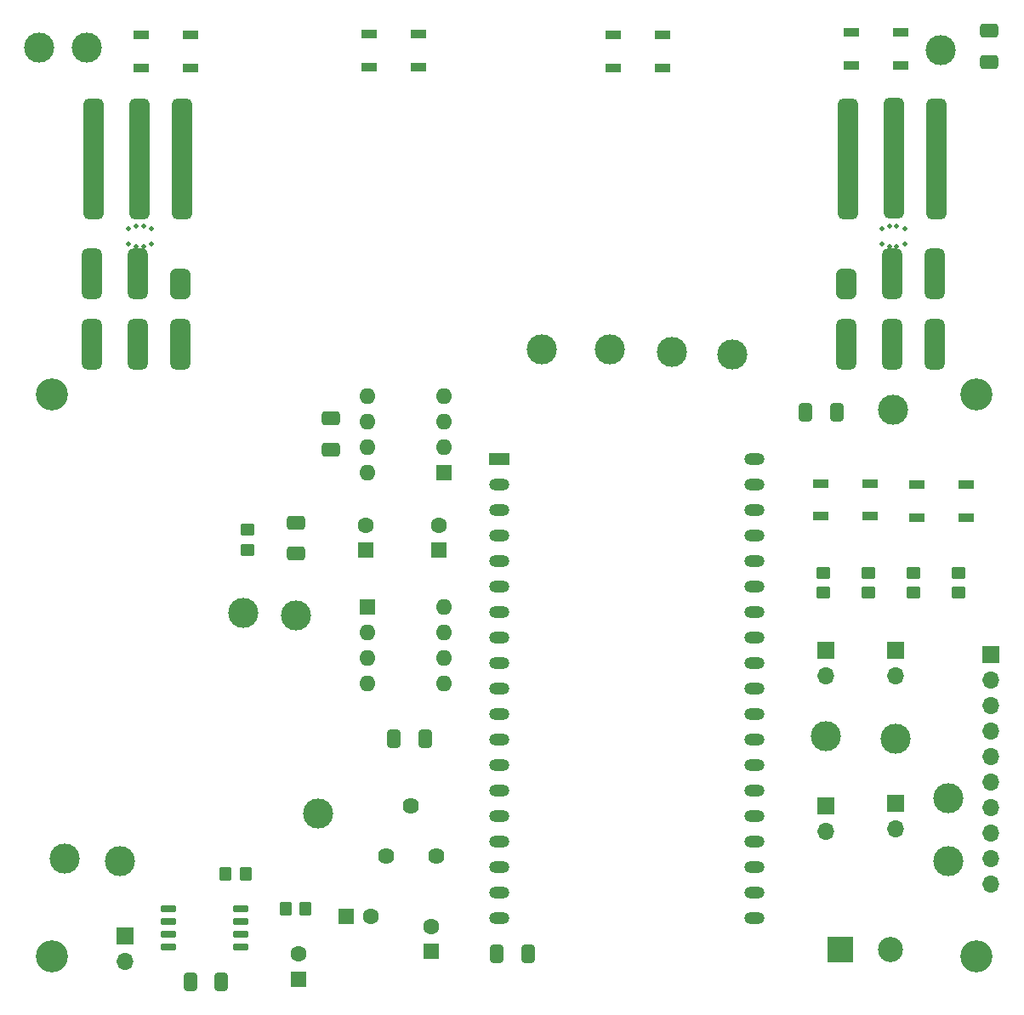
<source format=gts>
%TF.GenerationSoftware,KiCad,Pcbnew,7.0.7*%
%TF.CreationDate,2024-04-29T13:44:55+02:00*%
%TF.ProjectId,IsItOpen,49734974-4f70-4656-9e2e-6b696361645f,rev?*%
%TF.SameCoordinates,Original*%
%TF.FileFunction,Soldermask,Top*%
%TF.FilePolarity,Negative*%
%FSLAX46Y46*%
G04 Gerber Fmt 4.6, Leading zero omitted, Abs format (unit mm)*
G04 Created by KiCad (PCBNEW 7.0.7) date 2024-04-29 13:44:55*
%MOMM*%
%LPD*%
G01*
G04 APERTURE LIST*
G04 Aperture macros list*
%AMRoundRect*
0 Rectangle with rounded corners*
0 $1 Rounding radius*
0 $2 $3 $4 $5 $6 $7 $8 $9 X,Y pos of 4 corners*
0 Add a 4 corners polygon primitive as box body*
4,1,4,$2,$3,$4,$5,$6,$7,$8,$9,$2,$3,0*
0 Add four circle primitives for the rounded corners*
1,1,$1+$1,$2,$3*
1,1,$1+$1,$4,$5*
1,1,$1+$1,$6,$7*
1,1,$1+$1,$8,$9*
0 Add four rect primitives between the rounded corners*
20,1,$1+$1,$2,$3,$4,$5,0*
20,1,$1+$1,$4,$5,$6,$7,0*
20,1,$1+$1,$6,$7,$8,$9,0*
20,1,$1+$1,$8,$9,$2,$3,0*%
G04 Aperture macros list end*
%ADD10RoundRect,0.500000X-0.500000X-5.500000X0.500000X-5.500000X0.500000X5.500000X-0.500000X5.500000X0*%
%ADD11RoundRect,0.500000X-0.500000X-1.000000X0.500000X-1.000000X0.500000X1.000000X-0.500000X1.000000X0*%
%ADD12RoundRect,0.500000X-0.500000X-2.000000X0.500000X-2.000000X0.500000X2.000000X-0.500000X2.000000X0*%
%ADD13R,1.600000X1.600000*%
%ADD14C,1.600000*%
%ADD15RoundRect,0.250000X0.650000X-0.412500X0.650000X0.412500X-0.650000X0.412500X-0.650000X-0.412500X0*%
%ADD16RoundRect,0.250000X0.350000X0.450000X-0.350000X0.450000X-0.350000X-0.450000X0.350000X-0.450000X0*%
%ADD17C,3.000000*%
%ADD18R,1.500000X0.900000*%
%ADD19RoundRect,0.250000X0.412500X0.650000X-0.412500X0.650000X-0.412500X-0.650000X0.412500X-0.650000X0*%
%ADD20R,1.700000X1.700000*%
%ADD21O,1.700000X1.700000*%
%ADD22O,1.600000X1.600000*%
%ADD23RoundRect,0.250000X-0.650000X0.412500X-0.650000X-0.412500X0.650000X-0.412500X0.650000X0.412500X0*%
%ADD24RoundRect,0.250000X-0.450000X0.350000X-0.450000X-0.350000X0.450000X-0.350000X0.450000X0.350000X0*%
%ADD25C,0.500000*%
%ADD26C,3.200000*%
%ADD27RoundRect,0.250000X-0.412500X-0.650000X0.412500X-0.650000X0.412500X0.650000X-0.412500X0.650000X0*%
%ADD28C,1.620000*%
%ADD29R,2.000000X1.200000*%
%ADD30O,2.000000X1.200000*%
%ADD31RoundRect,0.150000X0.650000X0.150000X-0.650000X0.150000X-0.650000X-0.150000X0.650000X-0.150000X0*%
%ADD32R,2.500000X2.500000*%
%ADD33C,2.500000*%
G04 APERTURE END LIST*
D10*
%TO.C,J3*%
X192000000Y-55550000D03*
X187800000Y-55450000D03*
X183200000Y-55550000D03*
X116900000Y-55550000D03*
X112700000Y-55550000D03*
X108100000Y-55550000D03*
X108100000Y-55550000D03*
X192000000Y-55550000D03*
X187800000Y-55450000D03*
X183200000Y-55550000D03*
X112700000Y-55550000D03*
X116900000Y-55550000D03*
%TD*%
D11*
%TO.C,Je*%
X183050000Y-68000000D03*
X116750000Y-68000000D03*
D12*
X187650000Y-67000000D03*
X191850000Y-67000000D03*
X191850000Y-74000000D03*
X187650000Y-74000000D03*
X183050000Y-74000000D03*
X112550000Y-67000000D03*
X107950000Y-67000000D03*
X107950000Y-74000000D03*
X112550000Y-74000000D03*
X116750000Y-74000000D03*
X187650000Y-67000000D03*
D11*
X183050000Y-68000000D03*
X116750000Y-68000000D03*
D12*
X191850000Y-67000000D03*
X112550000Y-67000000D03*
X107950000Y-67000000D03*
X191850000Y-74000000D03*
X187650000Y-74000000D03*
X183050000Y-74000000D03*
X107950000Y-74000000D03*
X112550000Y-74000000D03*
X116750000Y-74000000D03*
%TD*%
D13*
%TO.C,C3*%
X128500000Y-137250000D03*
D14*
X128500000Y-134750000D03*
%TD*%
D15*
%TO.C,C7*%
X128250000Y-94875000D03*
X128250000Y-91750000D03*
%TD*%
D16*
%TO.C,R2*%
X129250000Y-130250000D03*
X127250000Y-130250000D03*
%TD*%
D13*
%TO.C,C8*%
X142500000Y-94500000D03*
D14*
X142500000Y-92000000D03*
%TD*%
D17*
%TO.C,TP2*%
X181000000Y-113000000D03*
%TD*%
D15*
%TO.C,C12*%
X197250000Y-45875000D03*
X197250000Y-42750000D03*
%TD*%
D18*
%TO.C,D4*%
X140450000Y-46400000D03*
X140450000Y-43100000D03*
X135550000Y-43100000D03*
X135550000Y-46400000D03*
%TD*%
D17*
%TO.C,TP8*%
X165750000Y-74750000D03*
%TD*%
D19*
%TO.C,C4*%
X141125000Y-113250000D03*
X138000000Y-113250000D03*
%TD*%
D17*
%TO.C,TP16*%
X192500000Y-44750000D03*
%TD*%
%TO.C,TP1*%
X187750000Y-80500000D03*
%TD*%
D13*
%TO.C,C1*%
X133250000Y-131000000D03*
D14*
X135750000Y-131000000D03*
%TD*%
D20*
%TO.C,J1*%
X197500000Y-104890000D03*
D21*
X197500000Y-107430000D03*
X197500000Y-109970000D03*
X197500000Y-112510000D03*
X197500000Y-115050000D03*
X197500000Y-117590000D03*
X197500000Y-120130000D03*
X197500000Y-122670000D03*
X197500000Y-125210000D03*
X197500000Y-127750000D03*
%TD*%
D17*
%TO.C,TP9*%
X123000000Y-100750000D03*
%TD*%
%TO.C,TP4*%
X193250000Y-125500000D03*
%TD*%
D13*
%TO.C,U3*%
X135380000Y-100130000D03*
D22*
X135380000Y-102670000D03*
X135380000Y-105210000D03*
X135380000Y-107750000D03*
X143000000Y-107750000D03*
X143000000Y-105210000D03*
X143000000Y-102670000D03*
X143000000Y-100130000D03*
%TD*%
D23*
%TO.C,C5*%
X131750000Y-81375000D03*
X131750000Y-84500000D03*
%TD*%
D20*
%TO.C,SW2*%
X188000000Y-104460000D03*
D21*
X188000000Y-107000000D03*
%TD*%
D24*
%TO.C,R3*%
X123500000Y-92500000D03*
X123500000Y-94500000D03*
%TD*%
D25*
%TO.C,mouse-bite-1mm-slot*%
X186600000Y-62500000D03*
X186600000Y-64000000D03*
X187400000Y-62250000D03*
X187400000Y-64250000D03*
X188100000Y-62250000D03*
X188100000Y-64250000D03*
X188900000Y-62500000D03*
X188900000Y-64000000D03*
%TD*%
D26*
%TO.C,H3*%
X196000000Y-79000000D03*
%TD*%
D18*
%TO.C,D1*%
X185450000Y-91150000D03*
X185450000Y-87850000D03*
X180550000Y-87850000D03*
X180550000Y-91150000D03*
%TD*%
D24*
%TO.C,R6*%
X189750000Y-96750000D03*
X189750000Y-98750000D03*
%TD*%
%TO.C,R4*%
X180750000Y-96750000D03*
X180750000Y-98750000D03*
%TD*%
D18*
%TO.C,D6*%
X188500000Y-46250000D03*
X188500000Y-42950000D03*
X183600000Y-42950000D03*
X183600000Y-46250000D03*
%TD*%
D17*
%TO.C,TP13*%
X128250000Y-101000000D03*
%TD*%
D18*
%TO.C,D5*%
X164750000Y-46500000D03*
X164750000Y-43200000D03*
X159850000Y-43200000D03*
X159850000Y-46500000D03*
%TD*%
D20*
%TO.C,LS1*%
X111250000Y-132960000D03*
D21*
X111250000Y-135500000D03*
%TD*%
D20*
%TO.C,SW3*%
X181000000Y-119975000D03*
D21*
X181000000Y-122515000D03*
%TD*%
D18*
%TO.C,D3*%
X117750000Y-46500000D03*
X117750000Y-43200000D03*
X112850000Y-43200000D03*
X112850000Y-46500000D03*
%TD*%
D26*
%TO.C,H1*%
X104000000Y-135000000D03*
%TD*%
D17*
%TO.C,TP11*%
X110750000Y-125500000D03*
%TD*%
D27*
%TO.C,C2*%
X117750000Y-137500000D03*
X120875000Y-137500000D03*
%TD*%
D17*
%TO.C,TP10*%
X130500000Y-120750000D03*
%TD*%
%TO.C,TP7*%
X159500000Y-74500000D03*
%TD*%
%TO.C,TP14*%
X171750000Y-75000000D03*
%TD*%
D26*
%TO.C,H2*%
X104000000Y-79000000D03*
%TD*%
D17*
%TO.C,TP6*%
X152750000Y-74500000D03*
%TD*%
D28*
%TO.C,RV1*%
X142250000Y-125000000D03*
X139750000Y-120000000D03*
X137250000Y-125000000D03*
%TD*%
D17*
%TO.C,TP15*%
X102750000Y-44500000D03*
%TD*%
%TO.C,TP3*%
X188000000Y-113250000D03*
%TD*%
D20*
%TO.C,SW4*%
X188000000Y-119710000D03*
D21*
X188000000Y-122250000D03*
%TD*%
D26*
%TO.C,H4*%
X196000000Y-135000000D03*
%TD*%
D29*
%TO.C,U1*%
X148500000Y-85400000D03*
D30*
X148500000Y-87940000D03*
X148500000Y-90480000D03*
X148500000Y-93020000D03*
X148500000Y-95560000D03*
X148500000Y-98100000D03*
X148500000Y-100640000D03*
X148500000Y-103180000D03*
X148500000Y-105720000D03*
X148500000Y-108260000D03*
X148500000Y-110800000D03*
X148500000Y-113340000D03*
X148500000Y-115880000D03*
X148500000Y-118420000D03*
X148500000Y-120960000D03*
X148500000Y-123500000D03*
X148500000Y-126040000D03*
X148500000Y-128580000D03*
X148500000Y-131120000D03*
X173896320Y-131117280D03*
X173896320Y-128577280D03*
X173900000Y-126040000D03*
X173900000Y-123500000D03*
X173900000Y-120960000D03*
X173900000Y-118420000D03*
X173900000Y-115880000D03*
X173900000Y-113340000D03*
X173900000Y-110800000D03*
X173900000Y-108260000D03*
X173900000Y-105720000D03*
X173900000Y-103180000D03*
X173900000Y-100640000D03*
X173900000Y-98100000D03*
X173900000Y-95560000D03*
X173900000Y-93020000D03*
X173900000Y-90480000D03*
X173900000Y-87940000D03*
X173900000Y-85400000D03*
%TD*%
D31*
%TO.C,U4*%
X122750000Y-134040000D03*
X122750000Y-132770000D03*
X122750000Y-131500000D03*
X122750000Y-130230000D03*
X115550000Y-130230000D03*
X115550000Y-131500000D03*
X115550000Y-132770000D03*
X115550000Y-134040000D03*
%TD*%
D25*
%TO.C,mouse-bite-1mm-slot*%
X111600000Y-62500000D03*
X111600000Y-64000000D03*
X112400000Y-62250000D03*
X112400000Y-64250000D03*
X113100000Y-62250000D03*
X113100000Y-64250000D03*
X113900000Y-62500000D03*
X113900000Y-64000000D03*
%TD*%
D17*
%TO.C,TP12*%
X105250000Y-125250000D03*
%TD*%
D16*
%TO.C,R1*%
X123250000Y-126750000D03*
X121250000Y-126750000D03*
%TD*%
D20*
%TO.C,SW1*%
X181000000Y-104475000D03*
D21*
X181000000Y-107015000D03*
%TD*%
D13*
%TO.C,U2*%
X143000000Y-86800000D03*
D22*
X143000000Y-84260000D03*
X143000000Y-81720000D03*
X143000000Y-79180000D03*
X135380000Y-79180000D03*
X135380000Y-81720000D03*
X135380000Y-84260000D03*
X135380000Y-86800000D03*
%TD*%
D27*
%TO.C,C9*%
X148250000Y-134750000D03*
X151375000Y-134750000D03*
%TD*%
D24*
%TO.C,R5*%
X185250000Y-96750000D03*
X185250000Y-98750000D03*
%TD*%
D13*
%TO.C,C6*%
X135250000Y-94500000D03*
D14*
X135250000Y-92000000D03*
%TD*%
D17*
%TO.C,TP5*%
X193250000Y-119250000D03*
%TD*%
%TO.C,TP17*%
X107500000Y-44500000D03*
%TD*%
D24*
%TO.C,R7*%
X194250000Y-96750000D03*
X194250000Y-98750000D03*
%TD*%
D18*
%TO.C,D2*%
X195000000Y-91250000D03*
X195000000Y-87950000D03*
X190100000Y-87950000D03*
X190100000Y-91250000D03*
%TD*%
D13*
%TO.C,C10*%
X141750000Y-134500000D03*
D14*
X141750000Y-132000000D03*
%TD*%
D19*
%TO.C,C11*%
X182125000Y-80750000D03*
X179000000Y-80750000D03*
%TD*%
D32*
%TO.C,J4*%
X182500000Y-134250000D03*
D33*
X187500000Y-134250000D03*
%TD*%
M02*

</source>
